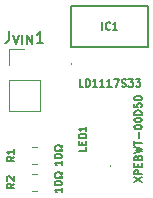
<source format=gto>
%TF.GenerationSoftware,KiCad,Pcbnew,7.0.5*%
%TF.CreationDate,2024-02-13T09:55:04+02:00*%
%TF.ProjectId,Lamp LED,4c616d70-204c-4454-942e-6b696361645f,V0*%
%TF.SameCoordinates,Original*%
%TF.FileFunction,Legend,Top*%
%TF.FilePolarity,Positive*%
%FSLAX46Y46*%
G04 Gerber Fmt 4.6, Leading zero omitted, Abs format (unit mm)*
G04 Created by KiCad (PCBNEW 7.0.5) date 2024-02-13 09:55:04*
%MOMM*%
%LPD*%
G01*
G04 APERTURE LIST*
%ADD10C,0.150000*%
%ADD11C,0.100000*%
%ADD12C,0.200000*%
%ADD13C,0.120000*%
G04 APERTURE END LIST*
D10*
%TO.C,IC1*%
X-619880Y9239036D02*
X-619880Y9874036D01*
X45357Y9299513D02*
X15119Y9269275D01*
X15119Y9269275D02*
X-75594Y9239036D01*
X-75594Y9239036D02*
X-136070Y9239036D01*
X-136070Y9239036D02*
X-226785Y9269275D01*
X-226785Y9269275D02*
X-287261Y9329751D01*
X-287261Y9329751D02*
X-317499Y9390227D01*
X-317499Y9390227D02*
X-347737Y9511179D01*
X-347737Y9511179D02*
X-347737Y9601894D01*
X-347737Y9601894D02*
X-317499Y9722846D01*
X-317499Y9722846D02*
X-287261Y9783322D01*
X-287261Y9783322D02*
X-226785Y9843798D01*
X-226785Y9843798D02*
X-136070Y9874036D01*
X-136070Y9874036D02*
X-75594Y9874036D01*
X-75594Y9874036D02*
X15119Y9843798D01*
X15119Y9843798D02*
X45357Y9813560D01*
X650119Y9239036D02*
X287262Y9239036D01*
X468690Y9239036D02*
X468690Y9874036D01*
X468690Y9874036D02*
X408214Y9783322D01*
X408214Y9783322D02*
X347738Y9722846D01*
X347738Y9722846D02*
X287262Y9692608D01*
X-2237619Y4413036D02*
X-2540000Y4413036D01*
X-2540000Y4413036D02*
X-2540000Y5048036D01*
X-2025952Y4413036D02*
X-2025952Y5048036D01*
X-2025952Y5048036D02*
X-1874762Y5048036D01*
X-1874762Y5048036D02*
X-1784047Y5017798D01*
X-1784047Y5017798D02*
X-1723571Y4957322D01*
X-1723571Y4957322D02*
X-1693333Y4896846D01*
X-1693333Y4896846D02*
X-1663095Y4775894D01*
X-1663095Y4775894D02*
X-1663095Y4685179D01*
X-1663095Y4685179D02*
X-1693333Y4564227D01*
X-1693333Y4564227D02*
X-1723571Y4503751D01*
X-1723571Y4503751D02*
X-1784047Y4443275D01*
X-1784047Y4443275D02*
X-1874762Y4413036D01*
X-1874762Y4413036D02*
X-2025952Y4413036D01*
X-1058333Y4413036D02*
X-1421190Y4413036D01*
X-1239762Y4413036D02*
X-1239762Y5048036D01*
X-1239762Y5048036D02*
X-1300238Y4957322D01*
X-1300238Y4957322D02*
X-1360714Y4896846D01*
X-1360714Y4896846D02*
X-1421190Y4866608D01*
X-453571Y4413036D02*
X-816428Y4413036D01*
X-635000Y4413036D02*
X-635000Y5048036D01*
X-635000Y5048036D02*
X-695476Y4957322D01*
X-695476Y4957322D02*
X-755952Y4896846D01*
X-755952Y4896846D02*
X-816428Y4866608D01*
X151190Y4413036D02*
X-211666Y4413036D01*
X-30238Y4413036D02*
X-30238Y5048036D01*
X-30238Y5048036D02*
X-90714Y4957322D01*
X-90714Y4957322D02*
X-151190Y4896846D01*
X-151190Y4896846D02*
X-211666Y4866608D01*
X362857Y5048036D02*
X786190Y5048036D01*
X786190Y5048036D02*
X514047Y4413036D01*
X997857Y4443275D02*
X1088571Y4413036D01*
X1088571Y4413036D02*
X1239762Y4413036D01*
X1239762Y4413036D02*
X1300238Y4443275D01*
X1300238Y4443275D02*
X1330476Y4473513D01*
X1330476Y4473513D02*
X1360714Y4533989D01*
X1360714Y4533989D02*
X1360714Y4594465D01*
X1360714Y4594465D02*
X1330476Y4654941D01*
X1330476Y4654941D02*
X1300238Y4685179D01*
X1300238Y4685179D02*
X1239762Y4715417D01*
X1239762Y4715417D02*
X1118809Y4745655D01*
X1118809Y4745655D02*
X1058333Y4775894D01*
X1058333Y4775894D02*
X1028095Y4806132D01*
X1028095Y4806132D02*
X997857Y4866608D01*
X997857Y4866608D02*
X997857Y4927084D01*
X997857Y4927084D02*
X1028095Y4987560D01*
X1028095Y4987560D02*
X1058333Y5017798D01*
X1058333Y5017798D02*
X1118809Y5048036D01*
X1118809Y5048036D02*
X1270000Y5048036D01*
X1270000Y5048036D02*
X1360714Y5017798D01*
X1572381Y5048036D02*
X1965476Y5048036D01*
X1965476Y5048036D02*
X1753809Y4806132D01*
X1753809Y4806132D02*
X1844524Y4806132D01*
X1844524Y4806132D02*
X1905000Y4775894D01*
X1905000Y4775894D02*
X1935238Y4745655D01*
X1935238Y4745655D02*
X1965476Y4685179D01*
X1965476Y4685179D02*
X1965476Y4533989D01*
X1965476Y4533989D02*
X1935238Y4473513D01*
X1935238Y4473513D02*
X1905000Y4443275D01*
X1905000Y4443275D02*
X1844524Y4413036D01*
X1844524Y4413036D02*
X1663095Y4413036D01*
X1663095Y4413036D02*
X1602619Y4443275D01*
X1602619Y4443275D02*
X1572381Y4473513D01*
X2177143Y5048036D02*
X2570238Y5048036D01*
X2570238Y5048036D02*
X2358571Y4806132D01*
X2358571Y4806132D02*
X2449286Y4806132D01*
X2449286Y4806132D02*
X2509762Y4775894D01*
X2509762Y4775894D02*
X2540000Y4745655D01*
X2540000Y4745655D02*
X2570238Y4685179D01*
X2570238Y4685179D02*
X2570238Y4533989D01*
X2570238Y4533989D02*
X2540000Y4473513D01*
X2540000Y4473513D02*
X2509762Y4443275D01*
X2509762Y4443275D02*
X2449286Y4413036D01*
X2449286Y4413036D02*
X2267857Y4413036D01*
X2267857Y4413036D02*
X2207381Y4443275D01*
X2207381Y4443275D02*
X2177143Y4473513D01*
%TO.C,J_{VIN}1*%
X-8530236Y9114604D02*
X-8530236Y8400319D01*
X-8530236Y8400319D02*
X-8577855Y8257462D01*
X-8577855Y8257462D02*
X-8673093Y8162224D01*
X-8673093Y8162224D02*
X-8815950Y8114604D01*
X-8815950Y8114604D02*
X-8911188Y8114604D01*
X-8215950Y8804128D02*
X-7949283Y8004128D01*
X-7949283Y8004128D02*
X-7682617Y8804128D01*
X-7415950Y8004128D02*
X-7415950Y8804128D01*
X-7034998Y8004128D02*
X-7034998Y8804128D01*
X-7034998Y8804128D02*
X-6577855Y8004128D01*
X-6577855Y8004128D02*
X-6577855Y8804128D01*
X-5625475Y8114604D02*
X-6196903Y8114604D01*
X-5911189Y8114604D02*
X-5911189Y9114604D01*
X-5911189Y9114604D02*
X-6006427Y8971747D01*
X-6006427Y8971747D02*
X-6101665Y8876509D01*
X-6101665Y8876509D02*
X-6196903Y8828890D01*
%TO.C,R1*%
X-8096036Y-1502833D02*
X-8398417Y-1714500D01*
X-8096036Y-1865690D02*
X-8731036Y-1865690D01*
X-8731036Y-1865690D02*
X-8731036Y-1623785D01*
X-8731036Y-1623785D02*
X-8700798Y-1563309D01*
X-8700798Y-1563309D02*
X-8670560Y-1533071D01*
X-8670560Y-1533071D02*
X-8610084Y-1502833D01*
X-8610084Y-1502833D02*
X-8519370Y-1502833D01*
X-8519370Y-1502833D02*
X-8458894Y-1533071D01*
X-8458894Y-1533071D02*
X-8428655Y-1563309D01*
X-8428655Y-1563309D02*
X-8398417Y-1623785D01*
X-8398417Y-1623785D02*
X-8398417Y-1865690D01*
X-8096036Y-898071D02*
X-8096036Y-1260928D01*
X-8096036Y-1079500D02*
X-8731036Y-1079500D01*
X-8731036Y-1079500D02*
X-8640322Y-1139976D01*
X-8640322Y-1139976D02*
X-8579846Y-1200452D01*
X-8579846Y-1200452D02*
X-8549608Y-1260928D01*
X-4032036Y-1880809D02*
X-4032036Y-2243666D01*
X-4032036Y-2062238D02*
X-4667036Y-2062238D01*
X-4667036Y-2062238D02*
X-4576322Y-2122714D01*
X-4576322Y-2122714D02*
X-4515846Y-2183190D01*
X-4515846Y-2183190D02*
X-4485608Y-2243666D01*
X-4667036Y-1487714D02*
X-4667036Y-1427237D01*
X-4667036Y-1427237D02*
X-4636798Y-1366761D01*
X-4636798Y-1366761D02*
X-4606560Y-1336523D01*
X-4606560Y-1336523D02*
X-4546084Y-1306285D01*
X-4546084Y-1306285D02*
X-4425132Y-1276047D01*
X-4425132Y-1276047D02*
X-4273941Y-1276047D01*
X-4273941Y-1276047D02*
X-4152989Y-1306285D01*
X-4152989Y-1306285D02*
X-4092513Y-1336523D01*
X-4092513Y-1336523D02*
X-4062275Y-1366761D01*
X-4062275Y-1366761D02*
X-4032036Y-1427237D01*
X-4032036Y-1427237D02*
X-4032036Y-1487714D01*
X-4032036Y-1487714D02*
X-4062275Y-1548190D01*
X-4062275Y-1548190D02*
X-4092513Y-1578428D01*
X-4092513Y-1578428D02*
X-4152989Y-1608666D01*
X-4152989Y-1608666D02*
X-4273941Y-1638904D01*
X-4273941Y-1638904D02*
X-4425132Y-1638904D01*
X-4425132Y-1638904D02*
X-4546084Y-1608666D01*
X-4546084Y-1608666D02*
X-4606560Y-1578428D01*
X-4606560Y-1578428D02*
X-4636798Y-1548190D01*
X-4636798Y-1548190D02*
X-4667036Y-1487714D01*
X-4032036Y-1034142D02*
X-4032036Y-882952D01*
X-4032036Y-882952D02*
X-4152989Y-882952D01*
X-4152989Y-882952D02*
X-4183227Y-943428D01*
X-4183227Y-943428D02*
X-4243703Y-1003904D01*
X-4243703Y-1003904D02*
X-4334417Y-1034142D01*
X-4334417Y-1034142D02*
X-4485608Y-1034142D01*
X-4485608Y-1034142D02*
X-4576322Y-1003904D01*
X-4576322Y-1003904D02*
X-4636798Y-943428D01*
X-4636798Y-943428D02*
X-4667036Y-852714D01*
X-4667036Y-852714D02*
X-4667036Y-731761D01*
X-4667036Y-731761D02*
X-4636798Y-641047D01*
X-4636798Y-641047D02*
X-4576322Y-580571D01*
X-4576322Y-580571D02*
X-4485608Y-550333D01*
X-4485608Y-550333D02*
X-4334417Y-550333D01*
X-4334417Y-550333D02*
X-4243703Y-580571D01*
X-4243703Y-580571D02*
X-4183227Y-641047D01*
X-4183227Y-641047D02*
X-4152989Y-701523D01*
X-4152989Y-701523D02*
X-4032036Y-701523D01*
X-4032036Y-701523D02*
X-4032036Y-550333D01*
%TO.C,LED1*%
X-2000036Y-710595D02*
X-2000036Y-1012976D01*
X-2000036Y-1012976D02*
X-2635036Y-1012976D01*
X-2332655Y-498928D02*
X-2332655Y-287261D01*
X-2000036Y-196547D02*
X-2000036Y-498928D01*
X-2000036Y-498928D02*
X-2635036Y-498928D01*
X-2635036Y-498928D02*
X-2635036Y-196547D01*
X-2000036Y75595D02*
X-2635036Y75595D01*
X-2635036Y75595D02*
X-2635036Y226785D01*
X-2635036Y226785D02*
X-2604798Y317500D01*
X-2604798Y317500D02*
X-2544322Y377976D01*
X-2544322Y377976D02*
X-2483846Y408214D01*
X-2483846Y408214D02*
X-2362894Y438452D01*
X-2362894Y438452D02*
X-2272179Y438452D01*
X-2272179Y438452D02*
X-2151227Y408214D01*
X-2151227Y408214D02*
X-2090751Y377976D01*
X-2090751Y377976D02*
X-2030275Y317500D01*
X-2030275Y317500D02*
X-2000036Y226785D01*
X-2000036Y226785D02*
X-2000036Y75595D01*
X-2000036Y1043214D02*
X-2000036Y680357D01*
X-2000036Y861785D02*
X-2635036Y861785D01*
X-2635036Y861785D02*
X-2544322Y801309D01*
X-2544322Y801309D02*
X-2483846Y740833D01*
X-2483846Y740833D02*
X-2453608Y680357D01*
X2063963Y-3658809D02*
X2698963Y-3235476D01*
X2063963Y-3235476D02*
X2698963Y-3658809D01*
X2698963Y-2993571D02*
X2063963Y-2993571D01*
X2063963Y-2993571D02*
X2063963Y-2751666D01*
X2063963Y-2751666D02*
X2094201Y-2691190D01*
X2094201Y-2691190D02*
X2124439Y-2660952D01*
X2124439Y-2660952D02*
X2184915Y-2630714D01*
X2184915Y-2630714D02*
X2275629Y-2630714D01*
X2275629Y-2630714D02*
X2336105Y-2660952D01*
X2336105Y-2660952D02*
X2366344Y-2691190D01*
X2366344Y-2691190D02*
X2396582Y-2751666D01*
X2396582Y-2751666D02*
X2396582Y-2993571D01*
X2366344Y-2358571D02*
X2366344Y-2146904D01*
X2698963Y-2056190D02*
X2698963Y-2358571D01*
X2698963Y-2358571D02*
X2063963Y-2358571D01*
X2063963Y-2358571D02*
X2063963Y-2056190D01*
X2366344Y-1572380D02*
X2396582Y-1481666D01*
X2396582Y-1481666D02*
X2426820Y-1451428D01*
X2426820Y-1451428D02*
X2487296Y-1421190D01*
X2487296Y-1421190D02*
X2578010Y-1421190D01*
X2578010Y-1421190D02*
X2638486Y-1451428D01*
X2638486Y-1451428D02*
X2668725Y-1481666D01*
X2668725Y-1481666D02*
X2698963Y-1542142D01*
X2698963Y-1542142D02*
X2698963Y-1784047D01*
X2698963Y-1784047D02*
X2063963Y-1784047D01*
X2063963Y-1784047D02*
X2063963Y-1572380D01*
X2063963Y-1572380D02*
X2094201Y-1511904D01*
X2094201Y-1511904D02*
X2124439Y-1481666D01*
X2124439Y-1481666D02*
X2184915Y-1451428D01*
X2184915Y-1451428D02*
X2245391Y-1451428D01*
X2245391Y-1451428D02*
X2305867Y-1481666D01*
X2305867Y-1481666D02*
X2336105Y-1511904D01*
X2336105Y-1511904D02*
X2366344Y-1572380D01*
X2366344Y-1572380D02*
X2366344Y-1784047D01*
X2063963Y-1209523D02*
X2698963Y-1058333D01*
X2698963Y-1058333D02*
X2245391Y-937380D01*
X2245391Y-937380D02*
X2698963Y-816428D01*
X2698963Y-816428D02*
X2063963Y-665238D01*
X2063963Y-514047D02*
X2063963Y-151190D01*
X2698963Y-332619D02*
X2063963Y-332619D01*
X2457058Y60476D02*
X2457058Y544286D01*
X2063963Y967618D02*
X2063963Y1028095D01*
X2063963Y1028095D02*
X2094201Y1088571D01*
X2094201Y1088571D02*
X2124439Y1118809D01*
X2124439Y1118809D02*
X2184915Y1149047D01*
X2184915Y1149047D02*
X2305867Y1179285D01*
X2305867Y1179285D02*
X2457058Y1179285D01*
X2457058Y1179285D02*
X2578010Y1149047D01*
X2578010Y1149047D02*
X2638486Y1118809D01*
X2638486Y1118809D02*
X2668725Y1088571D01*
X2668725Y1088571D02*
X2698963Y1028095D01*
X2698963Y1028095D02*
X2698963Y967618D01*
X2698963Y967618D02*
X2668725Y907142D01*
X2668725Y907142D02*
X2638486Y876904D01*
X2638486Y876904D02*
X2578010Y846666D01*
X2578010Y846666D02*
X2457058Y816428D01*
X2457058Y816428D02*
X2305867Y816428D01*
X2305867Y816428D02*
X2184915Y846666D01*
X2184915Y846666D02*
X2124439Y876904D01*
X2124439Y876904D02*
X2094201Y907142D01*
X2094201Y907142D02*
X2063963Y967618D01*
X2063963Y1572380D02*
X2063963Y1632857D01*
X2063963Y1632857D02*
X2094201Y1693333D01*
X2094201Y1693333D02*
X2124439Y1723571D01*
X2124439Y1723571D02*
X2184915Y1753809D01*
X2184915Y1753809D02*
X2305867Y1784047D01*
X2305867Y1784047D02*
X2457058Y1784047D01*
X2457058Y1784047D02*
X2578010Y1753809D01*
X2578010Y1753809D02*
X2638486Y1723571D01*
X2638486Y1723571D02*
X2668725Y1693333D01*
X2668725Y1693333D02*
X2698963Y1632857D01*
X2698963Y1632857D02*
X2698963Y1572380D01*
X2698963Y1572380D02*
X2668725Y1511904D01*
X2668725Y1511904D02*
X2638486Y1481666D01*
X2638486Y1481666D02*
X2578010Y1451428D01*
X2578010Y1451428D02*
X2457058Y1421190D01*
X2457058Y1421190D02*
X2305867Y1421190D01*
X2305867Y1421190D02*
X2184915Y1451428D01*
X2184915Y1451428D02*
X2124439Y1481666D01*
X2124439Y1481666D02*
X2094201Y1511904D01*
X2094201Y1511904D02*
X2063963Y1572380D01*
X2698963Y2056190D02*
X2063963Y2056190D01*
X2063963Y2056190D02*
X2063963Y2207380D01*
X2063963Y2207380D02*
X2094201Y2298095D01*
X2094201Y2298095D02*
X2154677Y2358571D01*
X2154677Y2358571D02*
X2215153Y2388809D01*
X2215153Y2388809D02*
X2336105Y2419047D01*
X2336105Y2419047D02*
X2426820Y2419047D01*
X2426820Y2419047D02*
X2547772Y2388809D01*
X2547772Y2388809D02*
X2608248Y2358571D01*
X2608248Y2358571D02*
X2668725Y2298095D01*
X2668725Y2298095D02*
X2698963Y2207380D01*
X2698963Y2207380D02*
X2698963Y2056190D01*
X2063963Y2993571D02*
X2063963Y2691190D01*
X2063963Y2691190D02*
X2366344Y2660952D01*
X2366344Y2660952D02*
X2336105Y2691190D01*
X2336105Y2691190D02*
X2305867Y2751666D01*
X2305867Y2751666D02*
X2305867Y2902857D01*
X2305867Y2902857D02*
X2336105Y2963333D01*
X2336105Y2963333D02*
X2366344Y2993571D01*
X2366344Y2993571D02*
X2426820Y3023809D01*
X2426820Y3023809D02*
X2578010Y3023809D01*
X2578010Y3023809D02*
X2638486Y2993571D01*
X2638486Y2993571D02*
X2668725Y2963333D01*
X2668725Y2963333D02*
X2698963Y2902857D01*
X2698963Y2902857D02*
X2698963Y2751666D01*
X2698963Y2751666D02*
X2668725Y2691190D01*
X2668725Y2691190D02*
X2638486Y2660952D01*
X2063963Y3416904D02*
X2063963Y3477381D01*
X2063963Y3477381D02*
X2094201Y3537857D01*
X2094201Y3537857D02*
X2124439Y3568095D01*
X2124439Y3568095D02*
X2184915Y3598333D01*
X2184915Y3598333D02*
X2305867Y3628571D01*
X2305867Y3628571D02*
X2457058Y3628571D01*
X2457058Y3628571D02*
X2578010Y3598333D01*
X2578010Y3598333D02*
X2638486Y3568095D01*
X2638486Y3568095D02*
X2668725Y3537857D01*
X2668725Y3537857D02*
X2698963Y3477381D01*
X2698963Y3477381D02*
X2698963Y3416904D01*
X2698963Y3416904D02*
X2668725Y3356428D01*
X2668725Y3356428D02*
X2638486Y3326190D01*
X2638486Y3326190D02*
X2578010Y3295952D01*
X2578010Y3295952D02*
X2457058Y3265714D01*
X2457058Y3265714D02*
X2305867Y3265714D01*
X2305867Y3265714D02*
X2184915Y3295952D01*
X2184915Y3295952D02*
X2124439Y3326190D01*
X2124439Y3326190D02*
X2094201Y3356428D01*
X2094201Y3356428D02*
X2063963Y3416904D01*
%TO.C,R2*%
X-8096036Y-3788833D02*
X-8398417Y-4000500D01*
X-8096036Y-4151690D02*
X-8731036Y-4151690D01*
X-8731036Y-4151690D02*
X-8731036Y-3909785D01*
X-8731036Y-3909785D02*
X-8700798Y-3849309D01*
X-8700798Y-3849309D02*
X-8670560Y-3819071D01*
X-8670560Y-3819071D02*
X-8610084Y-3788833D01*
X-8610084Y-3788833D02*
X-8519370Y-3788833D01*
X-8519370Y-3788833D02*
X-8458894Y-3819071D01*
X-8458894Y-3819071D02*
X-8428655Y-3849309D01*
X-8428655Y-3849309D02*
X-8398417Y-3909785D01*
X-8398417Y-3909785D02*
X-8398417Y-4151690D01*
X-8670560Y-3546928D02*
X-8700798Y-3516690D01*
X-8700798Y-3516690D02*
X-8731036Y-3456214D01*
X-8731036Y-3456214D02*
X-8731036Y-3305023D01*
X-8731036Y-3305023D02*
X-8700798Y-3244547D01*
X-8700798Y-3244547D02*
X-8670560Y-3214309D01*
X-8670560Y-3214309D02*
X-8610084Y-3184071D01*
X-8610084Y-3184071D02*
X-8549608Y-3184071D01*
X-8549608Y-3184071D02*
X-8458894Y-3214309D01*
X-8458894Y-3214309D02*
X-8096036Y-3577166D01*
X-8096036Y-3577166D02*
X-8096036Y-3184071D01*
X-4032036Y-4166809D02*
X-4032036Y-4529666D01*
X-4032036Y-4348238D02*
X-4667036Y-4348238D01*
X-4667036Y-4348238D02*
X-4576322Y-4408714D01*
X-4576322Y-4408714D02*
X-4515846Y-4469190D01*
X-4515846Y-4469190D02*
X-4485608Y-4529666D01*
X-4667036Y-3773714D02*
X-4667036Y-3713237D01*
X-4667036Y-3713237D02*
X-4636798Y-3652761D01*
X-4636798Y-3652761D02*
X-4606560Y-3622523D01*
X-4606560Y-3622523D02*
X-4546084Y-3592285D01*
X-4546084Y-3592285D02*
X-4425132Y-3562047D01*
X-4425132Y-3562047D02*
X-4273941Y-3562047D01*
X-4273941Y-3562047D02*
X-4152989Y-3592285D01*
X-4152989Y-3592285D02*
X-4092513Y-3622523D01*
X-4092513Y-3622523D02*
X-4062275Y-3652761D01*
X-4062275Y-3652761D02*
X-4032036Y-3713237D01*
X-4032036Y-3713237D02*
X-4032036Y-3773714D01*
X-4032036Y-3773714D02*
X-4062275Y-3834190D01*
X-4062275Y-3834190D02*
X-4092513Y-3864428D01*
X-4092513Y-3864428D02*
X-4152989Y-3894666D01*
X-4152989Y-3894666D02*
X-4273941Y-3924904D01*
X-4273941Y-3924904D02*
X-4425132Y-3924904D01*
X-4425132Y-3924904D02*
X-4546084Y-3894666D01*
X-4546084Y-3894666D02*
X-4606560Y-3864428D01*
X-4606560Y-3864428D02*
X-4636798Y-3834190D01*
X-4636798Y-3834190D02*
X-4667036Y-3773714D01*
X-4032036Y-3320142D02*
X-4032036Y-3168952D01*
X-4032036Y-3168952D02*
X-4152989Y-3168952D01*
X-4152989Y-3168952D02*
X-4183227Y-3229428D01*
X-4183227Y-3229428D02*
X-4243703Y-3289904D01*
X-4243703Y-3289904D02*
X-4334417Y-3320142D01*
X-4334417Y-3320142D02*
X-4485608Y-3320142D01*
X-4485608Y-3320142D02*
X-4576322Y-3289904D01*
X-4576322Y-3289904D02*
X-4636798Y-3229428D01*
X-4636798Y-3229428D02*
X-4667036Y-3138714D01*
X-4667036Y-3138714D02*
X-4667036Y-3017761D01*
X-4667036Y-3017761D02*
X-4636798Y-2927047D01*
X-4636798Y-2927047D02*
X-4576322Y-2866571D01*
X-4576322Y-2866571D02*
X-4485608Y-2836333D01*
X-4485608Y-2836333D02*
X-4334417Y-2836333D01*
X-4334417Y-2836333D02*
X-4243703Y-2866571D01*
X-4243703Y-2866571D02*
X-4183227Y-2927047D01*
X-4183227Y-2927047D02*
X-4152989Y-2987523D01*
X-4152989Y-2987523D02*
X-4032036Y-2987523D01*
X-4032036Y-2987523D02*
X-4032036Y-2836333D01*
D11*
%TO.C,IC1*%
X-3252000Y6400000D02*
X-3252000Y6400000D01*
X-3252000Y6300000D02*
X-3252000Y6300000D01*
D12*
X-3250000Y11275000D02*
X3250000Y11275000D01*
X-3250000Y7775000D02*
X-3250000Y11275000D01*
X3250000Y11275000D02*
X3250000Y7775000D01*
X3250000Y7775000D02*
X-3250000Y7775000D01*
D11*
X-3252000Y6300000D02*
G75*
G03*
X-3252000Y6400000I0J50000D01*
G01*
X-3252000Y6400000D02*
G75*
G03*
X-3252000Y6300000I0J-50000D01*
G01*
D13*
%TO.C,J_{VIN}1*%
X-8574523Y7569424D02*
X-7244523Y7569424D01*
X-8574523Y6239424D02*
X-8574523Y7569424D01*
X-8574523Y4969424D02*
X-8574523Y2369424D01*
X-8574523Y4969424D02*
X-5914523Y4969424D01*
X-8574523Y2369424D02*
X-5914523Y2369424D01*
X-5914523Y4969424D02*
X-5914523Y2369424D01*
%TO.C,R1*%
X-6122936Y-2142000D02*
X-6577064Y-2142000D01*
X-6122936Y-672000D02*
X-6577064Y-672000D01*
D11*
%TO.C,LED1*%
X0Y-2300000D02*
X0Y-2300000D01*
X0Y-2200000D02*
X0Y-2200000D01*
X0Y-2200000D02*
G75*
G03*
X0Y-2300000I0J-50000D01*
G01*
X0Y-2300000D02*
G75*
G03*
X0Y-2200000I0J50000D01*
G01*
D13*
%TO.C,R2*%
X-6122936Y-4428000D02*
X-6577064Y-4428000D01*
X-6122936Y-2958000D02*
X-6577064Y-2958000D01*
%TD*%
M02*

</source>
